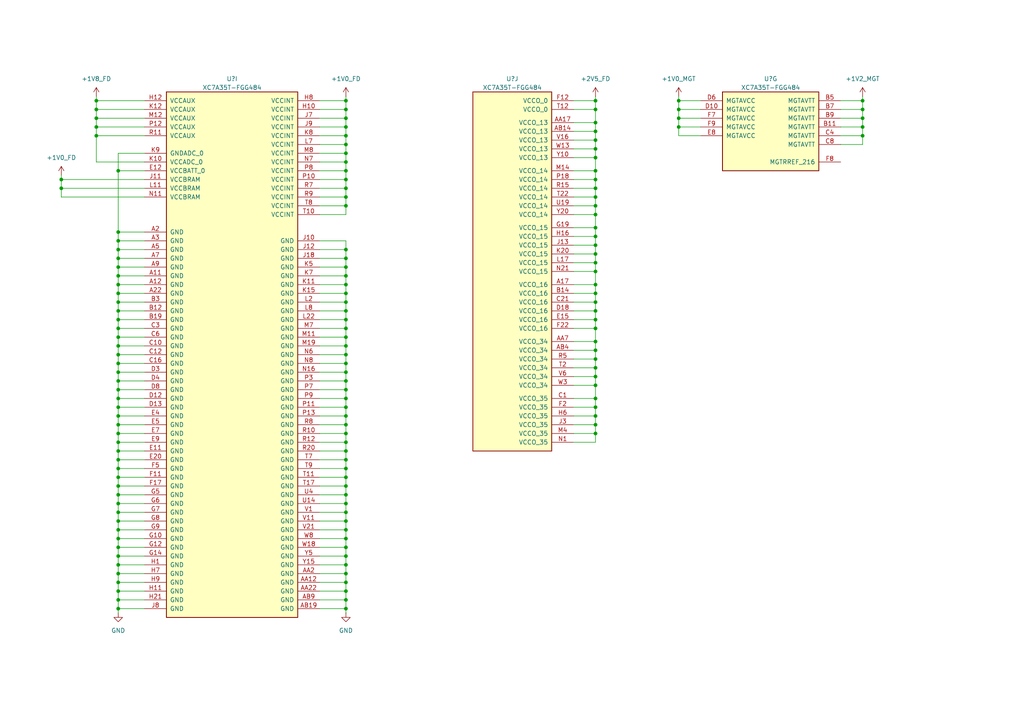
<source format=kicad_sch>
(kicad_sch (version 20250114) (generator "eeschema") (generator_version "9.0")
  (paper "A4")
  (junction (at 100.33 113.03))
  (junction (at 34.29 171.45))
  (junction (at 27.94 34.29))
  (junction (at 34.29 82.55))
  (junction (at 34.29 166.37))
  (junction (at 100.33 87.63))
  (junction (at 34.29 85.09))
  (junction (at 100.33 92.71))
  (junction (at 34.29 168.91))
  (junction (at 250.19 36.83))
  (junction (at 100.33 39.37))
  (junction (at 34.29 95.25))
  (junction (at 34.29 49.53))
  (junction (at 34.29 161.29))
  (junction (at 100.33 82.55))
  (junction (at 250.19 39.37))
  (junction (at 100.33 31.75))
  (junction (at 172.72 101.6))
  (junction (at 100.33 100.33))
  (junction (at 34.29 153.67))
  (junction (at 34.29 156.21))
  (junction (at 172.72 57.15))
  (junction (at 34.29 140.97))
  (junction (at 100.33 107.95))
  (junction (at 100.33 161.29))
  (junction (at 196.85 31.75))
  (junction (at 34.29 135.89))
  (junction (at 172.72 109.22))
  (junction (at 172.72 73.66))
  (junction (at 27.94 39.37))
  (junction (at 172.72 85.09))
  (junction (at 172.72 66.04))
  (junction (at 34.29 97.79))
  (junction (at 172.72 71.12))
  (junction (at 100.33 176.53))
  (junction (at 100.33 115.57))
  (junction (at 100.33 138.43))
  (junction (at 172.72 123.19))
  (junction (at 34.29 113.03))
  (junction (at 172.72 104.14))
  (junction (at 100.33 173.99))
  (junction (at 34.29 80.01))
  (junction (at 100.33 41.91))
  (junction (at 100.33 52.07))
  (junction (at 172.72 82.55))
  (junction (at 100.33 95.25))
  (junction (at 34.29 90.17))
  (junction (at 100.33 105.41))
  (junction (at 100.33 54.61))
  (junction (at 100.33 163.83))
  (junction (at 34.29 158.75))
  (junction (at 172.72 31.75))
  (junction (at 34.29 173.99))
  (junction (at 17.78 52.07))
  (junction (at 100.33 146.05))
  (junction (at 172.72 29.21))
  (junction (at 100.33 166.37))
  (junction (at 172.72 68.58))
  (junction (at 100.33 123.19))
  (junction (at 100.33 102.87))
  (junction (at 100.33 135.89))
  (junction (at 100.33 97.79))
  (junction (at 34.29 110.49))
  (junction (at 34.29 120.65))
  (junction (at 34.29 105.41))
  (junction (at 172.72 54.61))
  (junction (at 100.33 168.91))
  (junction (at 172.72 49.53))
  (junction (at 34.29 69.85))
  (junction (at 34.29 133.35))
  (junction (at 34.29 72.39))
  (junction (at 100.33 74.93))
  (junction (at 100.33 44.45))
  (junction (at 34.29 118.11))
  (junction (at 100.33 171.45))
  (junction (at 172.72 76.2))
  (junction (at 34.29 125.73))
  (junction (at 100.33 57.15))
  (junction (at 172.72 38.1))
  (junction (at 34.29 151.13))
  (junction (at 100.33 125.73))
  (junction (at 34.29 74.93))
  (junction (at 172.72 45.72))
  (junction (at 100.33 120.65))
  (junction (at 100.33 158.75))
  (junction (at 100.33 148.59))
  (junction (at 172.72 115.57))
  (junction (at 17.78 54.61))
  (junction (at 100.33 36.83))
  (junction (at 100.33 151.13))
  (junction (at 196.85 29.21))
  (junction (at 172.72 40.64))
  (junction (at 100.33 77.47))
  (junction (at 100.33 130.81))
  (junction (at 172.72 90.17))
  (junction (at 250.19 31.75))
  (junction (at 100.33 133.35))
  (junction (at 34.29 128.27))
  (junction (at 100.33 90.17))
  (junction (at 100.33 29.21))
  (junction (at 34.29 87.63))
  (junction (at 172.72 120.65))
  (junction (at 34.29 163.83))
  (junction (at 100.33 153.67))
  (junction (at 196.85 34.29))
  (junction (at 100.33 110.49))
  (junction (at 172.72 95.25))
  (junction (at 172.72 118.11))
  (junction (at 172.72 111.76))
  (junction (at 172.72 35.56))
  (junction (at 100.33 34.29))
  (junction (at 172.72 125.73))
  (junction (at 34.29 143.51))
  (junction (at 34.29 115.57))
  (junction (at 27.94 36.83))
  (junction (at 172.72 106.68))
  (junction (at 100.33 85.09))
  (junction (at 172.72 78.74))
  (junction (at 27.94 29.21))
  (junction (at 34.29 102.87))
  (junction (at 34.29 123.19))
  (junction (at 172.72 87.63))
  (junction (at 100.33 118.11))
  (junction (at 34.29 176.53))
  (junction (at 100.33 156.21))
  (junction (at 250.19 29.21))
  (junction (at 34.29 67.31))
  (junction (at 34.29 77.47))
  (junction (at 100.33 128.27))
  (junction (at 100.33 49.53))
  (junction (at 34.29 107.95))
  (junction (at 100.33 143.51))
  (junction (at 100.33 72.39))
  (junction (at 27.94 31.75))
  (junction (at 34.29 100.33))
  (junction (at 172.72 59.69))
  (junction (at 34.29 138.43))
  (junction (at 100.33 59.69))
  (junction (at 172.72 43.18))
  (junction (at 172.72 92.71))
  (junction (at 100.33 80.01))
  (junction (at 172.72 99.06))
  (junction (at 196.85 36.83))
  (junction (at 100.33 46.99))
  (junction (at 34.29 92.71))
  (junction (at 34.29 130.81))
  (junction (at 34.29 146.05))
  (junction (at 100.33 140.97))
  (junction (at 34.29 148.59))
  (junction (at 250.19 34.29))
  (junction (at 172.72 62.23))
  (junction (at 172.72 52.07))
  (wire (pts (xy 172.72 29.21) (xy 172.72 27.94)))
  (wire (pts (xy 100.33 39.37) (xy 100.33 36.83)))
  (wire (pts (xy 34.29 80.01) (xy 34.29 82.55)))
  (wire (pts (xy 100.33 125.73) (xy 100.33 128.27)))
  (wire (pts (xy 92.71 54.61) (xy 100.33 54.61)))
  (wire (pts (xy 27.94 46.99) (xy 27.94 39.37)))
  (wire (pts (xy 100.33 128.27) (xy 92.71 128.27)))
  (wire (pts (xy 17.78 52.07) (xy 41.91 52.07)))
  (wire (pts (xy 34.29 148.59) (xy 34.29 151.13)))
  (wire (pts (xy 100.33 105.41) (xy 92.71 105.41)))
  (wire (pts (xy 172.72 85.09) (xy 166.37 85.09)))
  (wire (pts (xy 34.29 85.09) (xy 41.91 85.09)))
  (wire (pts (xy 172.72 120.65) (xy 172.72 118.11)))
  (wire (pts (xy 34.29 158.75) (xy 34.29 161.29)))
  (wire (pts (xy 92.71 31.75) (xy 100.33 31.75)))
  (wire (pts (xy 34.29 130.81) (xy 41.91 130.81)))
  (wire (pts (xy 34.29 146.05) (xy 34.29 148.59)))
  (wire (pts (xy 34.29 72.39) (xy 34.29 74.93)))
  (wire (pts (xy 100.33 138.43) (xy 92.71 138.43)))
  (wire (pts (xy 100.33 138.43) (xy 100.33 140.97)))
  (wire (pts (xy 172.72 52.07) (xy 166.37 52.07)))
  (wire (pts (xy 100.33 49.53) (xy 100.33 46.99)))
  (wire (pts (xy 172.72 71.12) (xy 166.37 71.12)))
  (wire (pts (xy 100.33 156.21) (xy 92.71 156.21)))
  (wire (pts (xy 172.72 43.18) (xy 172.72 40.64)))
  (wire (pts (xy 34.29 135.89) (xy 41.91 135.89)))
  (wire (pts (xy 243.84 31.75) (xy 250.19 31.75)))
  (wire (pts (xy 100.33 100.33) (xy 92.71 100.33)))
  (wire (pts (xy 172.72 106.68) (xy 166.37 106.68)))
  (wire (pts (xy 34.29 100.33) (xy 34.29 102.87)))
  (wire (pts (xy 100.33 146.05) (xy 92.71 146.05)))
  (wire (pts (xy 34.29 153.67) (xy 34.29 156.21)))
  (wire (pts (xy 34.29 118.11) (xy 34.29 120.65)))
  (wire (pts (xy 100.33 69.85) (xy 100.33 72.39)))
  (wire (pts (xy 34.29 110.49) (xy 34.29 113.03)))
  (wire (pts (xy 27.94 27.94) (xy 27.94 29.21)))
  (wire (pts (xy 100.33 95.25) (xy 100.33 97.79)))
  (wire (pts (xy 34.29 143.51) (xy 41.91 143.51)))
  (wire (pts (xy 243.84 39.37) (xy 250.19 39.37)))
  (wire (pts (xy 100.33 41.91) (xy 100.33 39.37)))
  (wire (pts (xy 34.29 97.79) (xy 34.29 100.33)))
  (wire (pts (xy 172.72 128.27) (xy 172.72 125.73)))
  (wire (pts (xy 34.29 77.47) (xy 34.29 80.01)))
  (wire (pts (xy 243.84 29.21) (xy 250.19 29.21)))
  (wire (pts (xy 92.71 69.85) (xy 100.33 69.85)))
  (wire (pts (xy 100.33 107.95) (xy 92.71 107.95)))
  (wire (pts (xy 100.33 44.45) (xy 100.33 41.91)))
  (wire (pts (xy 100.33 148.59) (xy 100.33 151.13)))
  (wire (pts (xy 172.72 85.09) (xy 172.72 82.55)))
  (wire (pts (xy 172.72 92.71) (xy 166.37 92.71)))
  (wire (pts (xy 172.72 68.58) (xy 172.72 66.04)))
  (wire (pts (xy 100.33 87.63) (xy 100.33 90.17)))
  (wire (pts (xy 34.29 161.29) (xy 41.91 161.29)))
  (wire (pts (xy 34.29 77.47) (xy 41.91 77.47)))
  (wire (pts (xy 27.94 39.37) (xy 41.91 39.37)))
  (wire (pts (xy 172.72 111.76) (xy 172.72 109.22)))
  (wire (pts (xy 100.33 161.29) (xy 92.71 161.29)))
  (wire (pts (xy 172.72 76.2) (xy 166.37 76.2)))
  (wire (pts (xy 92.71 46.99) (xy 100.33 46.99)))
  (wire (pts (xy 100.33 118.11) (xy 92.71 118.11)))
  (wire (pts (xy 34.29 151.13) (xy 34.29 153.67)))
  (wire (pts (xy 34.29 100.33) (xy 41.91 100.33)))
  (wire (pts (xy 34.29 87.63) (xy 41.91 87.63)))
  (wire (pts (xy 100.33 57.15) (xy 100.33 54.61)))
  (wire (pts (xy 100.33 46.99) (xy 100.33 44.45)))
  (wire (pts (xy 166.37 29.21) (xy 172.72 29.21)))
  (wire (pts (xy 27.94 34.29) (xy 27.94 31.75)))
  (wire (pts (xy 196.85 29.21) (xy 203.2 29.21)))
  (wire (pts (xy 172.72 90.17) (xy 172.72 87.63)))
  (wire (pts (xy 100.33 72.39) (xy 92.71 72.39)))
  (wire (pts (xy 92.71 49.53) (xy 100.33 49.53)))
  (wire (pts (xy 34.29 125.73) (xy 34.29 128.27)))
  (wire (pts (xy 172.72 71.12) (xy 172.72 68.58)))
  (wire (pts (xy 100.33 156.21) (xy 100.33 158.75)))
  (wire (pts (xy 34.29 123.19) (xy 41.91 123.19)))
  (wire (pts (xy 34.29 69.85) (xy 34.29 72.39)))
  (wire (pts (xy 34.29 133.35) (xy 41.91 133.35)))
  (wire (pts (xy 100.33 123.19) (xy 92.71 123.19)))
  (wire (pts (xy 34.29 153.67) (xy 41.91 153.67)))
  (wire (pts (xy 34.29 113.03) (xy 34.29 115.57)))
  (wire (pts (xy 34.29 158.75) (xy 41.91 158.75)))
  (wire (pts (xy 34.29 143.51) (xy 34.29 146.05)))
  (wire (pts (xy 172.72 38.1) (xy 166.37 38.1)))
  (wire (pts (xy 34.29 173.99) (xy 41.91 173.99)))
  (wire (pts (xy 34.29 151.13) (xy 41.91 151.13)))
  (wire (pts (xy 172.72 62.23) (xy 166.37 62.23)))
  (wire (pts (xy 34.29 95.25) (xy 34.29 97.79)))
  (wire (pts (xy 34.29 105.41) (xy 41.91 105.41)))
  (wire (pts (xy 27.94 31.75) (xy 27.94 29.21)))
  (wire (pts (xy 100.33 74.93) (xy 92.71 74.93)))
  (wire (pts (xy 250.19 39.37) (xy 250.19 41.91)))
  (wire (pts (xy 34.29 74.93) (xy 41.91 74.93)))
  (wire (pts (xy 100.33 120.65) (xy 92.71 120.65)))
  (wire (pts (xy 172.72 57.15) (xy 172.72 54.61)))
  (wire (pts (xy 172.72 123.19) (xy 166.37 123.19)))
  (wire (pts (xy 166.37 31.75) (xy 172.72 31.75)))
  (wire (pts (xy 92.71 59.69) (xy 100.33 59.69)))
  (wire (pts (xy 34.29 168.91) (xy 41.91 168.91)))
  (wire (pts (xy 100.33 77.47) (xy 92.71 77.47)))
  (wire (pts (xy 100.33 34.29) (xy 100.33 31.75)))
  (wire (pts (xy 100.33 90.17) (xy 100.33 92.71)))
  (wire (pts (xy 100.33 151.13) (xy 100.33 153.67)))
  (wire (pts (xy 34.29 156.21) (xy 41.91 156.21)))
  (wire (pts (xy 34.29 120.65) (xy 41.91 120.65)))
  (wire (pts (xy 100.33 146.05) (xy 100.33 148.59)))
  (wire (pts (xy 17.78 54.61) (xy 17.78 52.07)))
  (wire (pts (xy 34.29 118.11) (xy 41.91 118.11)))
  (wire (pts (xy 196.85 31.75) (xy 196.85 34.29)))
  (wire (pts (xy 100.33 158.75) (xy 100.33 161.29)))
  (wire (pts (xy 172.72 35.56) (xy 172.72 31.75)))
  (wire (pts (xy 41.91 67.31) (xy 34.29 67.31)))
  (wire (pts (xy 172.72 45.72) (xy 166.37 45.72)))
  (wire (pts (xy 100.33 120.65) (xy 100.33 123.19)))
  (wire (pts (xy 34.29 176.53) (xy 34.29 177.8)))
  (wire (pts (xy 100.33 82.55) (xy 92.71 82.55)))
  (wire (pts (xy 100.33 100.33) (xy 100.33 102.87)))
  (wire (pts (xy 100.33 113.03) (xy 92.71 113.03)))
  (wire (pts (xy 34.29 90.17) (xy 34.29 92.71)))
  (wire (pts (xy 172.72 43.18) (xy 166.37 43.18)))
  (wire (pts (xy 250.19 34.29) (xy 250.19 36.83)))
  (wire (pts (xy 34.29 113.03) (xy 41.91 113.03)))
  (wire (pts (xy 34.29 82.55) (xy 41.91 82.55)))
  (wire (pts (xy 172.72 90.17) (xy 166.37 90.17)))
  (wire (pts (xy 34.29 168.91) (xy 34.29 171.45)))
  (wire (pts (xy 34.29 166.37) (xy 41.91 166.37)))
  (wire (pts (xy 27.94 29.21) (xy 41.91 29.21)))
  (wire (pts (xy 100.33 110.49) (xy 100.33 113.03)))
  (wire (pts (xy 172.72 49.53) (xy 172.72 45.72)))
  (wire (pts (xy 196.85 34.29) (xy 203.2 34.29)))
  (wire (pts (xy 172.72 109.22) (xy 166.37 109.22)))
  (wire (pts (xy 172.72 49.53) (xy 166.37 49.53)))
  (wire (pts (xy 100.33 59.69) (xy 100.33 57.15)))
  (wire (pts (xy 34.29 133.35) (xy 34.29 135.89)))
  (wire (pts (xy 100.33 163.83) (xy 100.33 166.37)))
  (wire (pts (xy 100.33 135.89) (xy 100.33 138.43)))
  (wire (pts (xy 17.78 52.07) (xy 17.78 50.8)))
  (wire (pts (xy 100.33 90.17) (xy 92.71 90.17)))
  (wire (pts (xy 92.71 57.15) (xy 100.33 57.15)))
  (wire (pts (xy 100.33 85.09) (xy 100.33 87.63)))
  (wire (pts (xy 100.33 148.59) (xy 92.71 148.59)))
  (wire (pts (xy 172.72 40.64) (xy 172.72 38.1)))
  (wire (pts (xy 100.33 123.19) (xy 100.33 125.73)))
  (wire (pts (xy 34.29 92.71) (xy 41.91 92.71)))
  (wire (pts (xy 172.72 57.15) (xy 166.37 57.15)))
  (wire (pts (xy 172.72 95.25) (xy 172.72 92.71)))
  (wire (pts (xy 172.72 54.61) (xy 172.72 52.07)))
  (wire (pts (xy 243.84 41.91) (xy 250.19 41.91)))
  (wire (pts (xy 34.29 67.31) (xy 34.29 69.85)))
  (wire (pts (xy 172.72 115.57) (xy 172.72 111.76)))
  (wire (pts (xy 100.33 140.97) (xy 100.33 143.51)))
  (wire (pts (xy 100.33 166.37) (xy 92.71 166.37)))
  (wire (pts (xy 34.29 102.87) (xy 41.91 102.87)))
  (wire (pts (xy 100.33 130.81) (xy 92.71 130.81)))
  (wire (pts (xy 34.29 135.89) (xy 34.29 138.43)))
  (wire (pts (xy 100.33 31.75) (xy 100.33 29.21)))
  (wire (pts (xy 92.71 34.29) (xy 100.33 34.29)))
  (wire (pts (xy 100.33 173.99) (xy 92.71 173.99)))
  (wire (pts (xy 196.85 36.83) (xy 203.2 36.83)))
  (wire (pts (xy 172.72 78.74) (xy 172.72 76.2)))
  (wire (pts (xy 172.72 87.63) (xy 172.72 85.09)))
  (wire (pts (xy 100.33 54.61) (xy 100.33 52.07)))
  (wire (pts (xy 17.78 57.15) (xy 41.91 57.15)))
  (wire (pts (xy 100.33 171.45) (xy 100.33 173.99)))
  (wire (pts (xy 243.84 34.29) (xy 250.19 34.29)))
  (wire (pts (xy 196.85 29.21) (xy 196.85 31.75)))
  (wire (pts (xy 34.29 87.63) (xy 34.29 90.17)))
  (wire (pts (xy 100.33 171.45) (xy 92.71 171.45)))
  (wire (pts (xy 172.72 68.58) (xy 166.37 68.58)))
  (wire (pts (xy 41.91 49.53) (xy 34.29 49.53)))
  (wire (pts (xy 100.33 113.03) (xy 100.33 115.57)))
  (wire (pts (xy 100.33 166.37) (xy 100.33 168.91)))
  (wire (pts (xy 243.84 36.83) (xy 250.19 36.83)))
  (wire (pts (xy 172.72 35.56) (xy 166.37 35.56)))
  (wire (pts (xy 27.94 31.75) (xy 41.91 31.75)))
  (wire (pts (xy 100.33 97.79) (xy 100.33 100.33)))
  (wire (pts (xy 172.72 111.76) (xy 166.37 111.76)))
  (wire (pts (xy 100.33 125.73) (xy 92.71 125.73)))
  (wire (pts (xy 100.33 110.49) (xy 92.71 110.49)))
  (wire (pts (xy 172.72 125.73) (xy 172.72 123.19)))
  (wire (pts (xy 100.33 85.09) (xy 92.71 85.09)))
  (wire (pts (xy 100.33 115.57) (xy 92.71 115.57)))
  (wire (pts (xy 34.29 49.53) (xy 34.29 67.31)))
  (wire (pts (xy 34.29 156.21) (xy 34.29 158.75)))
  (wire (pts (xy 250.19 27.94) (xy 250.19 29.21)))
  (wire (pts (xy 172.72 62.23) (xy 172.72 59.69)))
  (wire (pts (xy 92.71 29.21) (xy 100.33 29.21)))
  (wire (pts (xy 172.72 59.69) (xy 172.72 57.15)))
  (wire (pts (xy 100.33 176.53) (xy 92.71 176.53)))
  (wire (pts (xy 196.85 39.37) (xy 203.2 39.37)))
  (wire (pts (xy 172.72 123.19) (xy 172.72 120.65)))
  (wire (pts (xy 100.33 77.47) (xy 100.33 80.01)))
  (wire (pts (xy 100.33 140.97) (xy 92.71 140.97)))
  (wire (pts (xy 100.33 27.94) (xy 100.33 29.21)))
  (wire (pts (xy 172.72 82.55) (xy 172.72 78.74)))
  (wire (pts (xy 196.85 36.83) (xy 196.85 39.37)))
  (wire (pts (xy 34.29 123.19) (xy 34.29 125.73)))
  (wire (pts (xy 172.72 40.64) (xy 166.37 40.64)))
  (wire (pts (xy 172.72 104.14) (xy 166.37 104.14)))
  (wire (pts (xy 100.33 92.71) (xy 92.71 92.71)))
  (wire (pts (xy 100.33 168.91) (xy 92.71 168.91)))
  (wire (pts (xy 92.71 62.23) (xy 100.33 62.23)))
  (wire (pts (xy 34.29 140.97) (xy 41.91 140.97)))
  (wire (pts (xy 34.29 74.93) (xy 34.29 77.47)))
  (wire (pts (xy 100.33 72.39) (xy 100.33 74.93)))
  (wire (pts (xy 34.29 148.59) (xy 41.91 148.59)))
  (wire (pts (xy 100.33 168.91) (xy 100.33 171.45)))
  (wire (pts (xy 34.29 107.95) (xy 41.91 107.95)))
  (wire (pts (xy 100.33 107.95) (xy 100.33 110.49)))
  (wire (pts (xy 34.29 115.57) (xy 34.29 118.11)))
  (wire (pts (xy 250.19 29.21) (xy 250.19 31.75)))
  (wire (pts (xy 196.85 34.29) (xy 196.85 36.83)))
  (wire (pts (xy 172.72 101.6) (xy 166.37 101.6)))
  (wire (pts (xy 100.33 158.75) (xy 92.71 158.75)))
  (wire (pts (xy 172.72 59.69) (xy 166.37 59.69)))
  (wire (pts (xy 172.72 87.63) (xy 166.37 87.63)))
  (wire (pts (xy 100.33 80.01) (xy 100.33 82.55)))
  (wire (pts (xy 34.29 85.09) (xy 34.29 87.63)))
  (wire (pts (xy 100.33 36.83) (xy 100.33 34.29)))
  (wire (pts (xy 34.29 173.99) (xy 34.29 176.53)))
  (wire (pts (xy 100.33 161.29) (xy 100.33 163.83)))
  (wire (pts (xy 196.85 27.94) (xy 196.85 29.21)))
  (wire (pts (xy 34.29 102.87) (xy 34.29 105.41)))
  (wire (pts (xy 100.33 97.79) (xy 92.71 97.79)))
  (wire (pts (xy 27.94 36.83) (xy 41.91 36.83)))
  (wire (pts (xy 34.29 128.27) (xy 34.29 130.81)))
  (wire (pts (xy 172.72 78.74) (xy 166.37 78.74)))
  (wire (pts (xy 100.33 163.83) (xy 92.71 163.83)))
  (wire (pts (xy 250.19 36.83) (xy 250.19 39.37)))
  (wire (pts (xy 34.29 146.05) (xy 41.91 146.05)))
  (wire (pts (xy 100.33 176.53) (xy 100.33 177.8)))
  (wire (pts (xy 34.29 130.81) (xy 34.29 133.35)))
  (wire (pts (xy 172.72 115.57) (xy 166.37 115.57)))
  (wire (pts (xy 41.91 46.99) (xy 27.94 46.99)))
  (wire (pts (xy 100.33 153.67) (xy 92.71 153.67)))
  (wire (pts (xy 34.29 105.41) (xy 34.29 107.95)))
  (wire (pts (xy 100.33 173.99) (xy 100.33 176.53)))
  (wire (pts (xy 34.29 138.43) (xy 41.91 138.43)))
  (wire (pts (xy 100.33 102.87) (xy 100.33 105.41)))
  (wire (pts (xy 100.33 74.93) (xy 100.33 77.47)))
  (wire (pts (xy 172.72 54.61) (xy 166.37 54.61)))
  (wire (pts (xy 34.29 107.95) (xy 34.29 110.49)))
  (wire (pts (xy 100.33 143.51) (xy 100.33 146.05)))
  (wire (pts (xy 172.72 109.22) (xy 172.72 106.68)))
  (wire (pts (xy 172.72 101.6) (xy 172.72 99.06)))
  (wire (pts (xy 17.78 57.15) (xy 17.78 54.61)))
  (wire (pts (xy 34.29 72.39) (xy 41.91 72.39)))
  (wire (pts (xy 100.33 95.25) (xy 92.71 95.25)))
  (wire (pts (xy 34.29 90.17) (xy 41.91 90.17)))
  (wire (pts (xy 172.72 106.68) (xy 172.72 104.14)))
  (wire (pts (xy 100.33 135.89) (xy 92.71 135.89)))
  (wire (pts (xy 34.29 80.01) (xy 41.91 80.01)))
  (wire (pts (xy 34.29 171.45) (xy 41.91 171.45)))
  (wire (pts (xy 34.29 161.29) (xy 34.29 163.83)))
  (wire (pts (xy 100.33 92.71) (xy 100.33 95.25)))
  (wire (pts (xy 172.72 82.55) (xy 166.37 82.55)))
  (wire (pts (xy 41.91 44.45) (xy 34.29 44.45)))
  (wire (pts (xy 172.72 125.73) (xy 166.37 125.73)))
  (wire (pts (xy 34.29 69.85) (xy 41.91 69.85)))
  (wire (pts (xy 34.29 163.83) (xy 41.91 163.83)))
  (wire (pts (xy 92.71 41.91) (xy 100.33 41.91)))
  (wire (pts (xy 100.33 115.57) (xy 100.33 118.11)))
  (wire (pts (xy 172.72 66.04) (xy 172.72 62.23)))
  (wire (pts (xy 34.29 125.73) (xy 41.91 125.73)))
  (wire (pts (xy 172.72 118.11) (xy 166.37 118.11)))
  (wire (pts (xy 34.29 171.45) (xy 34.29 173.99)))
  (wire (pts (xy 100.33 151.13) (xy 92.71 151.13)))
  (wire (pts (xy 92.71 36.83) (xy 100.33 36.83)))
  (wire (pts (xy 34.29 140.97) (xy 34.29 143.51)))
  (wire (pts (xy 172.72 99.06) (xy 172.72 95.25)))
  (wire (pts (xy 34.29 176.53) (xy 41.91 176.53)))
  (wire (pts (xy 172.72 128.27) (xy 166.37 128.27)))
  (wire (pts (xy 172.72 92.71) (xy 172.72 90.17)))
  (wire (pts (xy 92.71 44.45) (xy 100.33 44.45)))
  (wire (pts (xy 100.33 62.23) (xy 100.33 59.69)))
  (wire (pts (xy 100.33 153.67) (xy 100.33 156.21)))
  (wire (pts (xy 34.29 138.43) (xy 34.29 140.97)))
  (wire (pts (xy 172.72 120.65) (xy 166.37 120.65)))
  (wire (pts (xy 34.29 82.55) (xy 34.29 85.09)))
  (wire (pts (xy 27.94 39.37) (xy 27.94 36.83)))
  (wire (pts (xy 100.33 133.35) (xy 92.71 133.35)))
  (wire (pts (xy 100.33 52.07) (xy 100.33 49.53)))
  (wire (pts (xy 34.29 92.71) (xy 34.29 95.25)))
  (wire (pts (xy 17.78 54.61) (xy 41.91 54.61)))
  (wire (pts (xy 100.33 102.87) (xy 92.71 102.87)))
  (wire (pts (xy 27.94 34.29) (xy 41.91 34.29)))
  (wire (pts (xy 100.33 118.11) (xy 100.33 120.65)))
  (wire (pts (xy 34.29 120.65) (xy 34.29 123.19)))
  (wire (pts (xy 34.29 128.27) (xy 41.91 128.27)))
  (wire (pts (xy 172.72 104.14) (xy 172.72 101.6)))
  (wire (pts (xy 100.33 128.27) (xy 100.33 130.81)))
  (wire (pts (xy 172.72 99.06) (xy 166.37 99.06)))
  (wire (pts (xy 100.33 105.41) (xy 100.33 107.95)))
  (wire (pts (xy 34.29 97.79) (xy 41.91 97.79)))
  (wire (pts (xy 34.29 115.57) (xy 41.91 115.57)))
  (wire (pts (xy 172.72 38.1) (xy 172.72 35.56)))
  (wire (pts (xy 100.33 133.35) (xy 100.33 135.89)))
  (wire (pts (xy 172.72 76.2) (xy 172.72 73.66)))
  (wire (pts (xy 34.29 95.25) (xy 41.91 95.25)))
  (wire (pts (xy 92.71 52.07) (xy 100.33 52.07)))
  (wire (pts (xy 172.72 73.66) (xy 166.37 73.66)))
  (wire (pts (xy 92.71 39.37) (xy 100.33 39.37)))
  (wire (pts (xy 250.19 31.75) (xy 250.19 34.29)))
  (wire (pts (xy 34.29 110.49) (xy 41.91 110.49)))
  (wire (pts (xy 172.72 118.11) (xy 172.72 115.57)))
  (wire (pts (xy 172.72 73.66) (xy 172.72 71.12)))
  (wire (pts (xy 172.72 52.07) (xy 172.72 49.53)))
  (wire (pts (xy 172.72 45.72) (xy 172.72 43.18)))
  (wire (pts (xy 100.33 80.01) (xy 92.71 80.01)))
  (wire (pts (xy 196.85 31.75) (xy 203.2 31.75)))
  (wire (pts (xy 172.72 66.04) (xy 166.37 66.04)))
  (wire (pts (xy 34.29 166.37) (xy 34.29 168.91)))
  (wire (pts (xy 100.33 130.81) (xy 100.33 133.35)))
  (wire (pts (xy 172.72 95.25) (xy 166.37 95.25)))
  (wire (pts (xy 100.33 87.63) (xy 92.71 87.63)))
  (wire (pts (xy 100.33 82.55) (xy 100.33 85.09)))
  (wire (pts (xy 100.33 143.51) (xy 92.71 143.51)))
  (wire (pts (xy 27.94 36.83) (xy 27.94 34.29)))
  (wire (pts (xy 34.29 44.45) (xy 34.29 49.53)))
  (wire (pts (xy 34.29 163.83) (xy 34.29 166.37)))
  (wire (pts (xy 172.72 31.75) (xy 172.72 29.21)))
  (symbol (lib_id "power:GND") (at 100.33 177.8 0) (unit 1)
    (property "Reference" "#PWR017" (effects (hide yes)))
    (property "Value" "GND" (at 100.33 182.88 0))
    (property "Description" "Power symbol creates a global label with name \"GND\" , ground" (effects (hide yes)))
  )
  (symbol (lib_id "power:+1V0") (at 196.85 27.94 0) (unit 1)
    (property "Reference" "#PWR014" (effects (hide yes)))
    (property "Value" "+1V0_MGT" (at 196.85 22.86 0))
    (property "Description" "Power symbol creates a global label with name \"+1V0\"" (effects (hide yes)))
  )
  (symbol (lib_id "power:+1V0") (at 172.72 27.94 0) (unit 1)
    (property "Reference" "#PWR018" (effects (hide yes)))
    (property "Value" "+2V5_FD" (at 172.72 22.86 0))
    (property "Description" "Power symbol creates a global label with name \"+1V0\"" (effects (hide yes)))
  )
  (symbol (lib_id "FPGA_Xilinx_Artix7:XC7A35T-FGG484") (at 223.52 38.1 0) (unit 7)
    (property "Reference" "U?" (at 223.52 22.86 0))
    (property "Value" "XC7A35T-FGG484" (at 223.52 25.4 0))
    (property "Footprint" "Package_BGA:Xilinx_FGG484" (effects (hide yes)))
    (property "Description" "Artix 7 T 35 XC7A35T-FGG484" (effects (hide yes)))
  )
  (symbol (lib_id "power:+1V0") (at 250.19 27.94 0) (unit 1)
    (property "Reference" "#PWR015" (effects (hide yes)))
    (property "Value" "+1V2_MGT" (at 250.19 22.86 0))
    (property "Description" "Power symbol creates a global label with name \"+1V0\"" (effects (hide yes)))
  )
  (symbol (lib_id "power:+1V0") (at 100.33 27.94 0) (unit 1)
    (property "Reference" "#PWR011" (effects (hide yes)))
    (property "Value" "+1V0_FD" (at 100.33 22.86 0))
    (property "Description" "Power symbol creates a global label with name \"+1V0\"" (effects (hide yes)))
  )
  (symbol (lib_id "power:+1V8") (at 27.94 27.94 0) (unit 1)
    (property "Reference" "#PWR012" (effects (hide yes)))
    (property "Value" "+1V8_FD" (at 27.94 22.86 0))
    (property "Description" "Power symbol creates a global label with name \"+1V8\"" (effects (hide yes)))
  )
  (symbol (lib_id "FPGA_Xilinx_Artix7:XC7A35T-FGG484") (at 148.59 78.74 0) (unit 10)
    (property "Reference" "U?" (at 148.59 22.86 0))
    (property "Value" "XC7A35T-FGG484" (at 148.59 25.4 0))
    (property "Footprint" "Package_BGA:Xilinx_FGG484" (effects (hide yes)))
    (property "Description" "Artix 7 T 35 XC7A35T-FGG484" (effects (hide yes)))
  )
  (symbol (lib_id "power:GND") (at 34.29 177.8 0) (unit 1)
    (property "Reference" "#PWR016" (effects (hide yes)))
    (property "Value" "GND" (at 34.29 182.88 0))
    (property "Description" "Power symbol creates a global label with name \"GND\" , ground" (effects (hide yes)))
  )
  (symbol (lib_id "FPGA_Xilinx_Artix7:XC7A35T-FGG484") (at 67.31 102.87 0) (unit 9)
    (property "Reference" "U?" (at 67.31 22.86 0))
    (property "Value" "XC7A35T-FGG484" (at 67.31 25.4 0))
    (property "Footprint" "Package_BGA:Xilinx_FGG484" (effects (hide yes)))
    (property "Description" "Artix 7 T 35 XC7A35T-FGG484" (effects (hide yes)))
  )
  (symbol (lib_id "power:+1V0") (at 17.78 50.8 0) (unit 1)
    (property "Reference" "#PWR013" (effects (hide yes)))
    (property "Value" "+1V0_FD" (at 17.78 45.72 0))
    (property "Description" "Power symbol creates a global label with name \"+1V0\"" (effects (hide yes)))
  )
)
</source>
